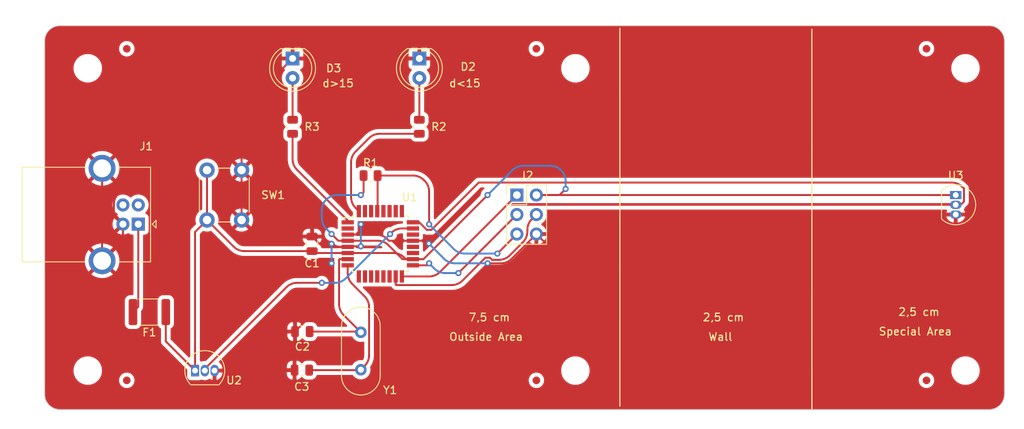
<source format=kicad_pcb>
(kicad_pcb (version 20221018) (generator pcbnew)
  (layers (0 "F.Cu" signal) (31 "B.Cu" signal) (34 "B.Paste" user) (35 "F.Paste" user) (36 "B.SilkS" user "B.Silkscreen") (37 "F.SilkS" user "F.Silkscreen") (38 "B.Mask" user) (39 "F.Mask" user) (44 "Edge.Cuts" user))
  (net 0 "")
  (net 1 "VCC")
  (net 2 "GND")
  (net 3 "Net-(U1-XTAL1{slash}PB6)")
  (net 4 "Net-(U1-XTAL2{slash}PB7)")
  (net 5 "Net-(D2-A)")
  (net 6 "Net-(D3-A)")
  (net 9 "Net-(J1-VBUS)")
  (net 10 "Net-(J2-Pin_1)")
  (net 11 "Net-(J2-Pin_3)")
  (net 12 "Net-(J2-Pin_4)")
  (net 13 "/RESET")
  (net 14 "Net-(U1-PD2)")
  (net 15 "Net-(U1-PD3)")
  (net 26 "Net-(U1-PC0)")
  (net 27 "Net-(U1-PC1)")
  (footprint "Fiducial:Fiducial_1mm_Mask2mm" (layer "F.Cu") (at 127 99.06)
    (fp_text reference "FID6" hide)
    (fp_text value "Fiducial")
    (pad "" smd circle (at 0 0) (size 1 1) (layers "F.Cu" "F.Mask") (clearance 0.5))
  )
  (footprint "Package_QFP:TQFP-32_7x7mm_P0.8mm" (layer "F.Cu") (at 106.68 81.28)
    (fp_text reference "U1" (at 3.81 -6.05) (layer "F.SilkS"))
    (fp_text value "ATmega328-A")
    (fp_line (start -3.625 -3.625) (end -3.625 -3.4) (stroke (width 0.15)) (layer "F.SilkS"))
    (fp_line (start -3.625 -3.625) (end -3.3 -3.625) (stroke (width 0.15)) (layer "F.SilkS"))
    (fp_line (start -3.625 -3.4) (end -5.05 -3.4) (stroke (width 0.15)) (layer "F.SilkS"))
    (fp_line (start -3.625 3.625) (end -3.625 3.3) (stroke (width 0.15)) (layer "F.SilkS"))
    (fp_line (start -3.625 3.625) (end -3.3 3.625) (stroke (width 0.15)) (layer "F.SilkS"))
    (fp_line (start 3.625 -3.625) (end 3.3 -3.625) (stroke (width 0.15)) (layer "F.SilkS"))
    (fp_line (start 3.625 -3.625) (end 3.625 -3.3) (stroke (width 0.15)) (layer "F.SilkS"))
    (fp_line (start 3.625 3.625) (end 3.3 3.625) (stroke (width 0.15)) (layer "F.SilkS"))
    (fp_line (start 3.625 3.625) (end 3.625 3.3) (stroke (width 0.15)) (layer "F.SilkS"))
    (pad "1" smd rect (at -4.25 -2.8) (size 1.6 0.55) (layers "F.Cu" "F.Paste" "F.Mask") (net 15 "Net-(U1-PD3)"))
    (pad "2" smd rect (at -4.25 -2) (size 1.6 0.55) (layers "F.Cu" "F.Paste" "F.Mask"))
    (pad "3" smd rect (at -4.25 -1.2) (size 1.6 0.55) (layers "F.Cu" "F.Paste" "F.Mask") (net 2 "GND"))
    (pad "4" smd rect (at -4.25 -0.4) (size 1.6 0.55) (layers "F.Cu" "F.Paste" "F.Mask") (net 1 "VCC"))
    (pad "5" smd rect (at -4.25 0.4) (size 1.6 0.55) (layers "F.Cu" "F.Paste" "F.Mask") (net 2 "GND"))
    (pad "6" smd rect (at -4.25 1.2) (size 1.6 0.55) (layers "F.Cu" "F.Paste" "F.Mask") (net 1 "VCC"))
    (pad "7" smd rect (at -4.25 2) (size 1.6 0.55) (layers "F.Cu" "F.Paste" "F.Mask") (net 3 "Net-(U1-XTAL1{slash}PB6)"))
    (pad "8" smd rect (at -4.25 2.8) (size 1.6 0.55) (layers "F.Cu" "F.Paste" "F.Mask") (net 4 "Net-(U1-XTAL2{slash}PB7)"))
    (pad "9" smd rect (at -2.8 4.25 90) (size 1.6 0.55) (layers "F.Cu" "F.Paste" "F.Mask"))
    (pad "10" smd rect (at -2 4.25 90) (size 1.6 0.55) (layers "F.Cu" "F.Paste" "F.Mask"))
    (pad "11" smd rect (at -1.2 4.25 90) (size 1.6 0.55) (layers "F.Cu" "F.Paste" "F.Mask"))
    (pad "12" smd rect (at -0.4 4.25 90) (size 1.6 0.55) (layers "F.Cu" "F.Paste" "F.Mask"))
    (pad "13" smd rect (at 0.4 4.25 90) (size 1.6 0.55) (layers "F.Cu" "F.Paste" "F.Mask"))
    (pad "14" smd rect (at 1.2 4.25 90) (size 1.6 0.55) (layers "F.Cu" "F.Paste" "F.Mask"))
    (pad "15" smd rect (at 2 4.25 90) (size 1.6 0.55) (layers "F.Cu" "F.Paste" "F.Mask") (net 12 "Net-(J2-Pin_4)"))
    (pad "16" smd rect (at 2.8 4.25 90) (size 1.6 0.55) (layers "F.Cu" "F.Paste" "F.Mask") (net 10 "Net-(J2-Pin_1)"))
    (pad "17" smd rect (at 4.25 2.8) (size 1.6 0.55) (layers "F.Cu" "F.Paste" "F.Mask") (net 11 "Net-(J2-Pin_3)"))
    (pad "18" smd rect (at 4.25 2) (size 1.6 0.55) (layers "F.Cu" "F.Paste" "F.Mask") (net 1 "VCC"))
    (pad "19" smd rect (at 4.25 1.2) (size 1.6 0.55) (layers "F.Cu" "F.Paste" "F.Mask"))
    (pad "20" smd rect (at 4.25 0.4) (size 1.6 0.55) (layers "F.Cu" "F.Paste" "F.Mask"))
    (pad "21" smd rect (at 4.25 -0.4) (size 1.6 0.55) (layers "F.Cu" "F.Paste" "F.Mask") (net 2 "GND"))
    (pad "22" smd rect (at 4.25 -1.2) (size 1.6 0.55) (layers "F.Cu" "F.Paste" "F.Mask"))
    (pad "23" smd rect (at 4.25 -2) (size 1.6 0.55) (layers "F.Cu" "F.Paste" "F.Mask") (net 26 "Net-(U1-PC0)"))
    (pad "24" smd rect (at 4.25 -2.8) (size 1.6 0.55) (layers "F.Cu" "F.Paste" "F.Mask") (net 27 "Net-(U1-PC1)"))
    (pad "25" smd rect (at 2.8 -4.25 90) (size 1.6 0.55) (layers "F.Cu" "F.Paste" "F.Mask"))
    (pad "26" smd rect (at 2 -4.25 90) (size 1.6 0.55) (layers "F.Cu" "F.Paste" "F.Mask"))
    (pad "27" smd rect (at 1.2 -4.25 90) (size 1.6 0.55) (layers "F.Cu" "F.Paste" "F.Mask"))
    (pad "28" smd rect (at 0.4 -4.25 90) (size 1.6 0.55) (layers "F.Cu" "F.Paste" "F.Mask"))
    (pad "29" smd rect (at -0.4 -4.25 90) (size 1.6 0.55) (layers "F.Cu" "F.Paste" "F.Mask") (net 13 "/RESET"))
    (pad "30" smd rect (at -1.2 -4.25 90) (size 1.6 0.55) (layers "F.Cu" "F.Paste" "F.Mask"))
    (pad "31" smd rect (at -2 -4.25 90) (size 1.6 0.55) (layers "F.Cu" "F.Paste" "F.Mask"))
    (pad "32" smd rect (at -2.8 -4.25 90) (size 1.6 0.55) (layers "F.Cu" "F.Paste" "F.Mask") (net 14 "Net-(U1-PD2)"))
  )
  (footprint "Capacitor_SMD:C_0805_2012Metric" (layer "F.Cu") (at 96.52 92.71 180)
    (fp_text reference "C2" (at -0.015481 -1.967682) (layer "F.SilkS"))
    (fp_text value "22pF")
    (fp_line (start -0.261252 -0.735) (end 0.261252 -0.735) (stroke (width 0.12)) (layer "F.SilkS"))
    (fp_line (start -0.261252 0.735) (end 0.261252 0.735) (stroke (width 0.12)) (layer "F.SilkS"))
    (pad "1" smd roundrect (at -0.95 0 180) (size 1 1.45) (layers "F.Cu" "F.Paste" "F.Mask") (net 3 "Net-(U1-XTAL1{slash}PB6)"))
    (pad "2" smd roundrect (at 0.95 0 180) (size 1 1.45) (layers "F.Cu" "F.Paste" "F.Mask") (net 2 "GND"))
  )
  (footprint "Resistor_SMD:R_0805_2012Metric" (layer "F.Cu") (at 111.76 66.04 -90)
    (fp_text reference "R2" (at 0 -2.54) (layer "F.SilkS"))
    (fp_text value "150R")
    (fp_line (start -0.227064 -0.735) (end 0.227064 -0.735) (stroke (width 0.12)) (layer "F.SilkS"))
    (fp_line (start -0.227064 0.735) (end 0.227064 0.735) (stroke (width 0.12)) (layer "F.SilkS"))
    (pad "1" smd roundrect (at -0.9125 0 270) (size 1.025 1.4) (layers "F.Cu" "F.Paste" "F.Mask") (roundrect_rratio 0.243902) (net 5 "Net-(D2-A)"))
    (pad "2" smd roundrect (at 0.9125 0 270) (size 1.025 1.4) (layers "F.Cu" "F.Paste" "F.Mask") (roundrect_rratio 0.243902) (net 14 "Net-(U1-PD2)"))
  )
  (footprint "MountingHole:MountingHole_3.2mm_M3" (layer "F.Cu") (at 132.08 97.79)
    (fp_text reference "H6" hide)
    (fp_text value "MountingHole")
    (pad "" np_thru_hole circle (at 0 0) (size 3.2 3.2) (drill 3.2) (layers "*.Cu" "*.Mask"))
  )
  (footprint "Fiducial:Fiducial_1mm_Mask2mm" (layer "F.Cu") (at 73.66 55.88)
    (fp_text reference "FID1" hide)
    (fp_text value "Fiducial")
    (pad "" smd circle (at 0 0) (size 1 1) (layers "F.Cu" "F.Mask") (clearance 0.5))
  )
  (footprint "Fiducial:Fiducial_1mm_Mask2mm" (layer "F.Cu") (at 127 55.88)
    (fp_text reference "FID5" hide)
    (fp_text value "Fiducial")
    (pad "" smd circle (at 0 0) (size 1 1) (layers "F.Cu" "F.Mask") (clearance 0.5))
  )
  (footprint "Crystal:Crystal_HC49-4H_Vertical" (layer "F.Cu") (at 104.14 92.8 -90)
    (fp_text reference "Y1" (at 7.53 -3.81) (layer "F.SilkS"))
    (fp_text value "16mhZ")
    (fp_line (start -0.76 -2.525) (end 5.64 -2.525) (stroke (width 0.12)) (layer "F.SilkS"))
    (fp_line (start -0.76 2.525) (end 5.64 2.525) (stroke (width 0.12)) (layer "F.SilkS"))
    (fp_arc (start -0.76 2.525) (mid -3.285 0) (end -0.76 -2.525) (stroke (width 0.12)) (layer "F.SilkS"))
    (fp_arc (start 5.64 -2.525) (mid 8.165 0) (end 5.64 2.525) (stroke (width 0.12)) (layer "F.SilkS"))
    (pad "1" thru_hole circle (at 0 0 270) (size 1.5 1.5) (drill 0.8) (layers "*.Cu" "*.Mask") (net 3 "Net-(U1-XTAL1{slash}PB6)"))
    (pad "2" thru_hole circle (at 4.88 0 270) (size 1.5 1.5) (drill 0.8) (layers "*.Cu" "*.Mask") (net 4 "Net-(U1-XTAL2{slash}PB7)"))
  )
  (footprint "Fiducial:Fiducial_1mm_Mask2mm" (layer "F.Cu") (at 177.8 55.88)
    (fp_text reference "FID2" hide)
    (fp_text value "Fiducial")
    (pad "" smd circle (at 0 0) (size 1 1) (layers "F.Cu" "F.Mask") (clearance 0.5))
  )
  (footprint "LED_THT:LED_D5.0mm" (layer "F.Cu") (at 111.76 57.15 -90)
    (fp_text reference "D2" (at 1.07531 -6.35) (layer "F.SilkS"))
    (fp_text value "RED")
    (fp_line (start -1.29 -1.545) (end -1.29 1.545) (stroke (width 0.12)) (layer "F.SilkS"))
    (fp_arc (start -1.29 -1.54483) (mid 2.072002 -2.880433) (end 4.26 0.000462) (stroke (width 0.12)) (layer "F.SilkS"))
    (fp_arc (start 4.26 -0.000462) (mid 2.072002 2.880433) (end -1.29 1.54483) (stroke (width 0.12)) (layer "F.SilkS"))
    (fp_circle (center 1.27 0) (end 3.77 0) (stroke (width 0.12)) (fill none) (layer "F.SilkS"))
    (pad "1" thru_hole rect (at 0 0 270) (size 1.8 1.8) (drill 0.9) (layers "*.Cu" "*.Mask") (net 2 "GND"))
    (pad "2" thru_hole circle (at 2.54 0 270) (size 1.8 1.8) (drill 0.9) (layers "*.Cu" "*.Mask") (net 5 "Net-(D2-A)"))
  )
  (footprint "Connector_USB:USB_B_OST_USB-B1HSxx_Horizontal" (layer "F.Cu") (at 75.1575 78.72 180)
    (fp_text reference "J1" (at -1.0425 10.14) (layer "F.SilkS"))
    (fp_text value "USB_B")
    (fp_line (start -2.32 -0.5) (end -2.32 0.5) (stroke (width 0.12)) (layer "F.SilkS"))
    (fp_line (start -2.32 0.5) (end -1.82 0) (stroke (width 0.12)) (layer "F.SilkS"))
    (fp_line (start -1.82 0) (end -2.32 -0.5) (stroke (width 0.12)) (layer "F.SilkS"))
    (fp_line (start -1.6 -4.91) (end -1.6 7.41) (stroke (width 0.12)) (layer "F.SilkS"))
    (fp_line (start -1.6 7.41) (end 2.66 7.41) (stroke (width 0.12)) (layer "F.SilkS"))
    (fp_line (start 2.66 -4.91) (end -1.6 -4.91) (stroke (width 0.12)) (layer "F.SilkS"))
    (fp_line (start 6.76 -4.91) (end 15.12 -4.91) (stroke (width 0.12)) (layer "F.SilkS"))
    (fp_line (start 15.12 -4.91) (end 15.12 7.41) (stroke (width 0.12)) (layer "F.SilkS"))
    (fp_line (start 15.12 7.41) (end 6.76 7.41) (stroke (width 0.12)) (layer "F.SilkS"))
    (pad "1" thru_hole rect (at 0 0 180) (size 1.7 1.7) (drill 0.92) (layers "*.Cu" "*.Mask") (net 9 "Net-(J1-VBUS)"))
    (pad "2" thru_hole circle (at 0 2.5 180) (size 1.7 1.7) (drill 0.92) (layers "*.Cu" "*.Mask"))
    (pad "3" thru_hole circle (at 2 2.5 180) (size 1.7 1.7) (drill 0.92) (layers "*.Cu" "*.Mask"))
    (pad "4" thru_hole circle (at 2 0 180) (size 1.7 1.7) (drill 0.92) (layers "*.Cu" "*.Mask") (net 2 "GND"))
    (pad "5" thru_hole circle (at 4.71 -4.77 180) (size 3.5 3.5) (drill 2.33) (layers "*.Cu" "*.Mask") (net 2 "GND"))
    (pad "5" thru_hole circle (at 4.71 7.27 180) (size 3.5 3.5) (drill 2.33) (layers "*.Cu" "*.Mask") (net 2 "GND"))
  )
  (footprint "LED_THT:LED_D5.0mm" (layer "F.Cu") (at 95.25 57.15 -90)
    (fp_text reference "D3" (at 1.271007 -5.34986) (layer "F.SilkS"))
    (fp_text value "GREEN")
    (fp_line (start -1.29 -1.545) (end -1.29 1.545) (stroke (width 0.12)) (layer "F.SilkS"))
    (fp_arc (start -1.29 -1.54483) (mid 2.072002 -2.880433) (end 4.26 0.000462) (stroke (width 0.12)) (layer "F.SilkS"))
    (fp_arc (start 4.26 -0.000462) (mid 2.072002 2.880433) (end -1.29 1.54483) (stroke (width 0.12)) (layer "F.SilkS"))
    (fp_circle (center 1.27 0) (end 3.77 0) (stroke (width 0.12)) (fill none) (layer "F.SilkS"))
    (pad "1" thru_hole rect (at 0 0 270) (size 1.8 1.8) (drill 0.9) (layers "*.Cu" "*.Mask") (net 2 "GND"))
    (pad "2" thru_hole circle (at 2.54 0 270) (size 1.8 1.8) (drill 0.9) (layers "*.Cu" "*.Mask") (net 6 "Net-(D3-A)"))
  )
  (footprint "Capacitor_SMD:C_0805_2012Metric" (layer "F.Cu") (at 96.457699 97.730123 180)
    (fp_text reference "C3" (at 0.015108 -2.164878) (layer "F.SilkS"))
    (fp_text value "22pF")
    (fp_line (start -0.261252 -0.735) (end 0.261252 -0.735) (stroke (width 0.12)) (layer "F.SilkS"))
    (fp_line (start -0.261252 0.735) (end 0.261252 0.735) (stroke (width 0.12)) (layer "F.SilkS"))
    (pad "1" smd roundrect (at -0.95 0 180) (size 1 1.45) (layers "F.Cu" "F.Paste" "F.Mask") (net 4 "Net-(U1-XTAL2{slash}PB7)"))
    (pad "2" smd roundrect (at 0.95 0 180) (size 1 1.45) (layers "F.Cu" "F.Paste" "F.Mask") (net 2 "GND"))
  )
  (footprint "Package_TO_SOT_THT:TO-92_Inline" (layer "F.Cu") (at 181.61 74.93 -90)
    (fp_text reference "U3" (at -2.54 0) (layer "F.SilkS"))
    (fp_text value "TSIC306-TO92")
    (fp_line (start -0.53 1.85) (end 3.07 1.85) (stroke (width 0.12)) (layer "F.SilkS"))
    (fp_arc (start -0.568478 1.838478) (mid -1.132087 -0.994977) (end 1.27 -2.6) (stroke (width 0.12)) (layer "F.SilkS"))
    (fp_arc (start 1.27 -2.6) (mid 3.672087 -0.994977) (end 3.108478 1.838478) (stroke (width 0.12)) (layer "F.SilkS"))
    (pad "1" thru_hole rect (at 0 0 270) (size 1.05 1.5) (drill 0.75) (layers "*.Cu" "*.Mask") (net 1 "VCC"))
    (pad "2" thru_hole oval (at 1.27 0 270) (size 1.05 1.5) (drill 0.75) (layers "*.Cu" "*.Mask") (net 27 "Net-(U1-PC1)"))
    (pad "3" thru_hole oval (at 2.54 0 270) (size 1.05 1.5) (drill 0.75) (layers "*.Cu" "*.Mask") (net 2 "GND"))
  )
  (footprint "Fuse:Fuse_1812_4532Metric" (layer "F.Cu") (at 76.6025 90.17 180)
    (fp_text reference "F1" (at 0 -2.65) (layer "F.SilkS"))
    (fp_text value "Fuse")
    (fp_line (start -1.386252 -1.71) (end 1.386252 -1.71) (stroke (width 0.12)) (layer "F.SilkS"))
    (fp_line (start -1.386252 1.71) (end 1.386252 1.71) (stroke (width 0.12)) (layer "F.SilkS"))
    (pad "1" smd roundrect (at -2.1375 0 180) (size 1.125 3.4) (layers "F.Cu" "F.Paste" "F.Mask") (roundrect_rratio 0.222222) (net 1 "VCC"))
    (pad "2" smd roundrect (at 2.1375 0 180) (size 1.125 3.4) (layers "F.Cu" "F.Paste" "F.Mask") (roundrect_rratio 0.222222) (net 9 "Net-(J1-VBUS)"))
  )
  (footprint "Resistor_SMD:R_0805_2012Metric" (layer "F.Cu") (at 105.41 72.39)
    (fp_text reference "R1" (at 0 -1.65) (layer "F.SilkS"))
    (fp_text value "10K")
    (fp_line (start -0.227064 -0.735) (end 0.227064 -0.735) (stroke (width 0.12)) (layer "F.SilkS"))
    (fp_line (start -0.227064 0.735) (end 0.227064 0.735) (stroke (width 0.12)) (layer "F.SilkS"))
    (pad "1" smd roundrect (at -0.9125 0) (size 1.025 1.4) (layers "F.Cu" "F.Paste" "F.Mask") (roundrect_rratio 0.243902) (net 1 "VCC"))
    (pad "2" smd roundrect (at 0.9125 0) (size 1.025 1.4) (layers "F.Cu" "F.Paste" "F.Mask") (roundrect_rratio 0.243902) (net 13 "/RESET"))
  )
  (footprint "Package_TO_SOT_THT:TO-92_Inline" (layer "F.Cu") (at 82.55 97.79)
    (fp_text reference "U2" (at 5.08 1.27) (layer "F.SilkS"))
    (fp_text value "TSIC306-TO92")
    (fp_line (start -0.53 1.85) (end 3.07 1.85) (stroke (width 0.12)) (layer "F.SilkS"))
    (fp_arc (start -0.568478 1.838478) (mid -1.132087 -0.994977) (end 1.27 -2.6) (stroke (width 0.12)) (layer "F.SilkS"))
    (fp_arc (start 1.27 -2.6) (mid 3.672087 -0.994977) (end 3.108478 1.838478) (stroke (width 0.12)) (layer "F.SilkS"))
    (pad "1" thru_hole rect (at 0 0) (size 1.05 1.5) (drill 0.75) (layers "*.Cu" "*.Mask") (net 1 "VCC"))
    (pad "2" thru_hole oval (at 1.27 0) (size 1.05 1.5) (drill 0.75) (layers "*.Cu" "*.Mask") (net 26 "Net-(U1-PC0)"))
    (pad "3" thru_hole oval (at 2.54 0) (size 1.05 1.5) (drill 0.75) (layers "*.Cu" "*.Mask") (net 2 "GND"))
  )
  (footprint "MountingHole:MountingHole_3.2mm_M3" (layer "F.Cu") (at 68.58 97.79)
    (fp_text reference "H3" hide)
    (fp_text value "MountingHole")
    (pad "" np_thru_hole circle (at 0 0) (size 3.2 3.2) (drill 3.2) (layers "*.Cu" "*.Mask"))
  )
  (footprint "Fiducial:Fiducial_1mm_Mask2mm" (layer "F.Cu") (at 177.8 99.06)
    (fp_text reference "FID4" hide)
    (fp_text value "Fiducial")
    (pad "" smd circle (at 0 0) (size 1 1) (layers "F.Cu" "F.Mask") (clearance 0.5))
  )
  (footprint "Resistor_SMD:R_0805_2012Metric" (layer "F.Cu") (at 95.25 66.04 -90)
    (fp_text reference "R3" (at 0 -2.54) (layer "F.SilkS"))
    (fp_text value "150R")
    (fp_line (start -0.227064 -0.735) (end 0.227064 -0.735) (stroke (width 0.12)) (layer "F.SilkS"))
    (fp_line (start -0.227064 0.735) (end 0.227064 0.735) (stroke (width 0.12)) (layer "F.SilkS"))
    (pad "1" smd roundrect (at -0.9125 0 270) (size 1.025 1.4) (layers "F.Cu" "F.Paste" "F.Mask") (roundrect_rratio 0.243902) (net 6 "Net-(D3-A)"))
    (pad "2" smd roundrect (at 0.9125 0 270) (size 1.025 1.4) (layers "F.Cu" "F.Paste" "F.Mask") (roundrect_rratio 0.243902) (net 15 "Net-(U1-PD3)"))
  )
  (footprint "MountingHole:MountingHole_3.2mm_M3" (layer "F.Cu") (at 182.88 97.79)
    (fp_text reference "H4" hide)
    (fp_text value "MountingHole")
    (pad "" np_thru_hole circle (at 0 0) (size 3.2 3.2) (drill 3.2) (layers "*.Cu" "*.Mask"))
  )
  (footprint "MountingHole:MountingHole_3.2mm_M3" (layer "F.Cu") (at 68.58 58.42)
    (fp_text reference "H1" hide)
    (fp_text value "MountingHole")
    (pad "" np_thru_hole circle (at 0 0) (size 3.2 3.2) (drill 3.2) (layers "*.Cu" "*.Mask"))
  )
  (footprint "MountingHole:MountingHole_3.2mm_M3" (layer "F.Cu") (at 132.08 58.42)
    (fp_text reference "H5" hide)
    (fp_text value "MountingHole")
    (pad "" np_thru_hole circle (at 0 0) (size 3.2 3.2) (drill 3.2) (layers "*.Cu" "*.Mask"))
  )
  (footprint "Connector_PinHeader_2.54mm:PinHeader_2x03_P2.54mm_Vertical" (layer "F.Cu") (at 124.46 74.93)
    (fp_text reference "J2" (at 1.27 -2.54) (layer "F.SilkS"))
    (fp_text value "Conn_02x03_Odd_Even")
    (fp_line (start -1.33 -1.33) (end 0 -1.33) (stroke (width 0.12)) (layer "F.SilkS"))
    (fp_line (start -1.33 0) (end -1.33 -1.33) (stroke (width 0.12)) (layer "F.SilkS"))
    (fp_line (start -1.33 1.27) (end -1.33 6.41) (stroke (width 0.12)) (layer "F.SilkS"))
    (fp_line (start -1.33 1.27) (end 1.27 1.27) (stroke (width 0.12)) (layer "F.SilkS"))
    (fp_line (start -1.33 6.41) (end 3.87 6.41) (stroke (width 0.12)) (layer "F.SilkS"))
    (fp_line (start 1.27 -1.33) (end 3.87 -1.33) (stroke (width 0.12)) (layer "F.SilkS"))
    (fp_line (start 1.27 1.27) (end 1.27 -1.33) (stroke (width 0.12)) (layer "F.SilkS"))
    (fp_line (start 3.87 -1.33) (end 3.87 6.41) (stroke (width 0.12)) (layer "F.SilkS"))
    (pad "1" thru_hole rect (at 0 0) (size 1.7 1.7) (drill 1) (layers "*.Cu" "*.Mask") (net 10 "Net-(J2-Pin_1)"))
    (pad "2" thru_hole oval (at 2.54 0) (size 1.7 1.7) (drill 1) (layers "*.Cu" "*.Mask") (net 1 "VCC"))
    (pad "3" thru_hole oval (at 0 2.54) (size 1.7 1.7) (drill 1) (layers "*.Cu" "*.Mask") (net 11 "Net-(J2-Pin_3)"))
    (pad "4" thru_hole oval (at 2.54 2.54) (size 1.7 1.7) (drill 1) (layers "*.Cu" "*.Mask") (net 12 "Net-(J2-Pin_4)"))
    (pad "5" thru_hole oval (at 0 5.08) (size 1.7 1.7) (drill 1) (layers "*.Cu" "*.Mask") (net 13 "/RESET"))
    (pad "6" thru_hole oval (at 2.54 5.08) (size 1.7 1.7) (drill 1) (layers "*.Cu" "*.Mask") (net 2 "GND"))
  )
  (footprint "Button_Switch_THT:SW_PUSH_6mm_H5mm" (layer "F.Cu") (at 88.61 71.68 -90)
    (fp_text reference "SW1" (at 3.25 -4.1) (layer "F.SilkS"))
    (fp_text value "Enable")
    (fp_line (start -0.25 1.5) (end -0.25 3) (stroke (width 0.12)) (layer "F.SilkS"))
    (fp_line (start 1 5.5) (end 5.5 5.5) (stroke (width 0.12)) (layer "F.SilkS"))
    (fp_line (start 5.5 -1) (end 1 -1) (stroke (width 0.12)) (layer "F.SilkS"))
    (fp_line (start 6.75 3) (end 6.75 1.5) (stroke (width 0.12)) (layer "F.SilkS"))
    (pad "1" thru_hole circle (at 0 0) (size 2 2) (drill 1.1) (layers "*.Cu" "*.Mask") (net 2 "GND"))
    (pad "1" thru_hole circle (at 6.5 0) (size 2 2) (drill 1.1) (layers "*.Cu" "*.Mask") (net 2 "GND"))
    (pad "2" thru_hole circle (at 0 4.5) (size 2 2) (drill 1.1) (layers "*.Cu" "*.Mask") (net 1 "VCC"))
    (pad "2" thru_hole circle (at 6.5 4.5) (size 2 2) (drill 1.1) (layers "*.Cu" "*.Mask") (net 1 "VCC"))
  )
  (footprint "Capacitor_SMD:C_0805_2012Metric" (layer "F.Cu") (at 97.79 81.28 90)
    (fp_text reference "C1" (at -2.54 0) (layer "F.SilkS"))
    (fp_text value "100nF")
    (fp_line (start -0.261252 -0.735) (end 0.261252 -0.735) (stroke (width 0.12)) (layer "F.SilkS"))
    (fp_line (start -0.261252 0.735) (end 0.261252 0.735) (stroke (width 0.12)) (layer "F.SilkS"))
    (pad "1" smd roundrect (at -0.95 0 90) (size 1 1.45) (layers "F.Cu" "F.Paste" "F.Mask") (net 1 "VCC"))
    (pad "2" smd roundrect (at 0.95 0 90) (size 1 1.45) (layers "F.Cu" "F.Paste" "F.Mask") (net 2 "GND"))
  )
  (footprint "MountingHole:MountingHole_3.2mm_M3" (layer "F.Cu") (at 182.88 58.42)
    (fp_text reference "H2" hide)
    (fp_text value "MountingHole")
    (pad "" np_thru_hole circle (at 0 0) (size 3.2 3.2) (drill 3.2) (layers "*.Cu" "*.Mask"))
  )
  (footprint "Fiducial:Fiducial_1mm_Mask2mm" (layer "F.Cu") (at 73.66 99.06)
    (fp_text reference "FID3" hide)
    (fp_text value "Fiducial")
    (pad "" smd circle (at 0 0) (size 1 1) (layers "F.Cu" "F.Mask") (clearance 0.5))
  )
  (gr_line (start 137.875118 84.238508) (end 137.87266 102.417161) (stroke (width 0.15)) (layer "F.SilkS"))
  (gr_line (start 162.879944 99.786006) (end 162.879944 102.737842) (stroke (width 0.15)) (layer "F.SilkS"))
  (gr_line (start 162.876054 68.752938) (end 162.873503 53.34) (stroke (width 0.15)) (layer "F.SilkS"))
  (gr_line (start 162.879944 99.786006) (end 162.876054 68.752938) (stroke (width 0.15)) (layer "F.SilkS"))
  (gr_line (start 137.875118 84.238508) (end 137.871228 53.20544) (stroke (width 0.15)) (layer "F.SilkS"))
  (gr_arc (start 64.96 102.87) (mid 63.545786 102.284214) (end 62.96 100.87) (stroke (width 0.1)) (layer "Edge.Cuts"))
  (gr_line (start 185.96 102.87) (end 64.96 102.87) (stroke (width 0.1)) (layer "Edge.Cuts"))
  (gr_line (start 187.96 54.87) (end 187.96 100.87) (stroke (width 0.1)) (layer "Edge.Cuts"))
  (gr_line (start 62.96 100.87) (end 62.96 54.87) (stroke (width 0.1)) (layer "Edge.Cuts"))
  (gr_arc (start 185.96 52.87) (mid 187.374214 53.455786) (end 187.96 54.87) (stroke (width 0.1)) (layer "Edge.Cuts"))
  (gr_line (start 64.96 52.87) (end 185.96 52.87) (stroke (width 0.1)) (layer "Edge.Cuts"))
  (gr_arc (start 62.96 54.87) (mid 63.545786 53.455786) (end 64.96 52.87) (stroke (width 0.1)) (layer "Edge.Cuts"))
  (gr_arc (start 187.96 100.87) (mid 187.374214 102.284214) (end 185.96 102.87) (stroke (width 0.1)) (layer "Edge.Cuts"))
  (gr_text "Outside Area" (at 115.57 93.98) (layer "F.SilkS") (effects (font (size 1 1)) (justify left bottom)))
  (gr_text "7,5 cm" (at 118.11 91.44) (layer "F.SilkS") (effects (font (size 1 1)) (justify left bottom)))
  (gr_text "Special Area" (at 171.513219 93.280462) (layer "F.SilkS") (effects (font (size 1 1)) (justify left bottom)))
  (gr_text "Wall" (at 149.321508 93.982863) (layer "F.SilkS") (effects (font (size 1 1)) (justify left bottom)))
  (gr_text "d<15" (at 115.57 60.96) (layer "F.SilkS") (effects (font (size 1 1)) (justify left bottom)))
  (gr_text "2,5 cm" (at 148.59 91.44) (layer "F.SilkS") (effects (font (size 1 1)) (justify left bottom)))
  (gr_text "2,5 cm\n" (at 174.053219 90.740462) (layer "F.SilkS") (effects (font (size 1 1)) (justify left bottom)))
  (gr_text "d>15" (at 99.06 60.96) (layer "F.SilkS") (effects (font (size 1 1)) (justify left bottom)))
  (segment (start 100.33 80.01) (end 101.2 80.88) (width 0.25) (layer "F.Cu") (net 1))
  (segment (start 102.43 80.88) (end 106.329872 80.88) (width 0.25) (layer "F.Cu") (net 1))
  (segment (start 110.005 83.28) (end 110.93 83.28) (width 0.25) (layer "F.Cu") (net 1))
  (segment (start 110.93 83.28) (end 112.3 83.28) (width 0.25) (layer "F.Cu") (net 1))
  (segment (start 104.4975 74.5725) (end 104.14 74.93) (width 0.25) (layer "F.Cu") (net 1))
  (segment (start 78.74 93.98) (end 82.55 97.79) (width 0.25) (layer "F.Cu") (net 1))
  (segment (start 127 74.93) (end 181.61 74.93) (width 0.25) (layer "F.Cu") (net 1))
  (segment (start 82.55 97.79) (end 82.55 79.74) (width 0.25) (layer "F.Cu") (net 1))
  (segment (start 130.806976 74.138923) (end 130.015899 74.93) (width 0.25) (layer "F.Cu") (net 1))
  (segment (start 102.43 82.48) (end 108.376573 82.48) (width 0.25) (layer "F.Cu") (net 1))
  (segment (start 97.79 82.23) (end 88.988427 82.23) (width 0.25) (layer "F.Cu") (net 1))
  (segment (start 97.79 82.23) (end 98.04 82.48) (width 0.25) (layer "F.Cu") (net 1))
  (segment (start 87.574213 81.644213) (end 84.11 78.18) (width 0.25) (layer "F.Cu") (net 1))
  (segment (start 78.74 90.17) (end 78.74 93.98) (width 0.25) (layer "F.Cu") (net 1))
  (segment (start 82.55 79.74) (end 84.11 78.18) (width 0.25) (layer "F.Cu") (net 1))
  (segment (start 104.4975 72.39) (end 104.4975 74.5725) (width 0.25) (layer "F.Cu") (net 1))
  (segment (start 101.2 80.88) (end 102.43 80.88) (width 0.25) (layer "F.Cu") (net 1))
  (segment (start 98.04 82.48) (end 102.43 82.48) (width 0.25) (layer "F.Cu") (net 1))
  (segment (start 109.558299 83.28) (end 110.93 83.28) (width 0.25) (layer "F.Cu") (net 1))
  (segment (start 130.015899 74.93) (end 127 74.93) (width 0.25) (layer "F.Cu") (net 1))
  (segment (start 112.3 83.28) (end 120.65 74.93) (width 0.25) (layer "F.Cu") (net 1))
  (segment (start 109.790787 83.065787) (end 110.005 83.28) (width 0.25) (layer "F.Cu") (net 1))
  (segment (start 84.11 71.68) (end 84.11 78.18) (width 0.25) (layer "F.Cu") (net 1))
  (segment (start 107.744086 81.465787) (end 109.558299 83.28) (width 0.25) (layer "F.Cu") (net 1))
  (via (at 100.33 80.01) (size 0.8) (drill 0.4) (layers "F.Cu" "B.Cu") (net 1))
  (via (at 104.14 74.93) (size 0.8) (drill 0.4) (layers "F.Cu" "B.Cu") (net 1))
  (via (at 130.806976 74.138923) (size 0.8) (drill 0.4) (layers "F.Cu" "B.Cu") (net 1))
  (via (at 120.65 74.93) (size 0.8) (drill 0.4) (layers "F.Cu" "B.Cu") (net 1))
  (arc (start 108.376573 82.48) (mid 109.14194 82.632241) (end 109.790787 83.065787) (width 0.25) (layer "F.Cu") (net 1))
  (arc (start 87.574213 81.644213) (mid 88.22306 82.077759) (end 88.988427 82.23) (width 0.25) (layer "F.Cu") (net 1))
  (arc (start 106.329872 80.88) (mid 107.095239 81.032241) (end 107.744086 81.465787) (width 0.25) (layer "F.Cu") (net 1))
  (segment (start 99.06 76.93) (end 99.06 77.911573) (width 0.25) (layer "B.Cu") (net 1))
  (segment (start 130.81 74.135899) (end 130.806976 74.138923) (width 0.25) (layer "B.Cu") (net 1))
  (segment (start 104.14 74.93) (end 101.06 74.93) (width 0.25) (layer "B.Cu") (net 1))
  (segment (start 125.288427 71.12) (end 128.81 71.12) (width 0.25) (layer "B.Cu") (net 1))
  (segment (start 120.65 74.93) (end 123.874214 71.705786) (width 0.25) (layer "B.Cu") (net 1))
  (segment (start 130.81 73.12) (end 130.81 74.135899) (width 0.25) (layer "B.Cu") (net 1))
  (segment (start 99.645787 79.325787) (end 100.33 80.01) (width 0.25) (layer "B.Cu") (net 1))
  (arc (start 125.288427 71.12) (mid 124.52306 71.272241) (end 123.874214 71.705786) (width 0.25) (layer "B.Cu") (net 1))
  (arc (start 99.645787 79.325787) (mid 99.212241 78.67694) (end 99.06 77.911573) (width 0.25) (layer "B.Cu") (net 1))
  (arc (start 128.81 71.12) (mid 130.224214 71.705786) (end 130.81 73.12) (width 0.25) (layer "B.Cu") (net 1))
  (arc (start 101.06 74.93) (mid 99.645786 75.515786) (end 99.06 76.93) (width 0.25) (layer "B.Cu") (net 1))
  (segment (start 95.25 57.15) (end 111.76 57.15) (width 0.25) (layer "F.Cu") (net 2))
  (segment (start 73.1575 78.72) (end 71.9825 77.545) (width 0.25) (layer "F.Cu") (net 2))
  (segment (start 95.507699 92.772301) (end 95.57 92.71) (width 0.25) (layer "F.Cu") (net 2))
  (segment (start 102.505 81.605) (end 102.43 81.68) (width 0.25) (layer "F.Cu") (net 2))
  (segment (start 72.568287 74.751713) (end 76.884214 70.435786) (width 0.25) (layer "F.Cu") (net 2))
  (segment (start 102.43 80.08) (end 106.166268 80.08) (width 0.25) (layer "F.Cu") (net 2))
  (segment (start 88.61 78.18) (end 90.174214 79.744214) (width 0.25) (layer "F.Cu") (net 2))
  (segment (start 95.447822 97.79) (end 95.507699 97.730123) (width 0.25) (layer "F.Cu") (net 2))
  (segment (start 122.361573 83.82) (end 120.65 83.82) (width 0.25) (layer "F.Cu") (net 2))
  (segment (start 127.684213 80.694213) (end 127 80.01) (width 0.25) (layer "F.Cu") (net 2))
  (segment (start 85.09 97.79) (end 95.447822 97.79) (width 0.25) (layer "F.Cu") (net 2))
  (segment (start 95.57 92.71) (end 100.33 87.95) (width 0.25) (layer "F.Cu") (net 2))
  (segment (start 104.14 79.42) (end 104.14 78.74) (width 0.25) (layer "F.Cu") (net 2))
  (segment (start 107.580482 80.665787) (end 107.794695 80.88) (width 0.25) (layer "F.Cu") (net 2))
  (segment (start 181.61 77.47) (end 171.008427 77.47) (width 0.25) (layer "F.Cu") (net 2))
  (segment (start 88.61 71.68) (end 88.61 78.18) (width 0.25) (layer "F.Cu") (net 2))
  (segment (start 73.1575 78.72) (end 73.1575 79.951573) (width 0.25) (layer "F.Cu") (net 2))
  (segment (start 112.63 80.88) (end 110.93 80.88) (width 0.25) (layer "F.Cu") (net 2))
  (segment (start 89.195787 63.204213) (end 95.25 57.15) (width 0.25) (layer "F.Cu") (net 2))
  (segment (start 100.33 87.95) (end 100.33 83.82) (width 0.25) (layer "F.Cu") (net 2))
  (segment (start 72.571713 81.365787) (end 70.4475 83.49) (width 0.25) (layer "F.Cu") (net 2))
  (segment (start 95.507699 97.730123) (end 95.507699 92.772301) (width 0.25) (layer "F.Cu") (net 2))
  (segment (start 97.79 80.33) (end 98.554214 81.094214) (width 0.25) (layer "F.Cu") (net 2))
  (segment (start 102.43 80.08) (end 103.48 80.08) (width 0.25) (layer "F.Cu") (net 2))
  (segment (start 169.594213 78.055787) (end 166.955786 80.694214) (width 0.25) (layer "F.Cu") (net 2))
  (segment (start 99.968427 81.68) (end 102.43 81.68) (width 0.25) (layer "F.Cu") (net 2))
  (segment (start 127 80.01) (end 123.775786 83.234214) (width 0.25) (layer "F.Cu") (net 2))
  (segment (start 88.61 71.68) (end 88.61 64.618427) (width 0.25) (layer "F.Cu") (net 2))
  (segment (start 165.541573 81.28) (end 129.098427 81.28) (width 0.25) (layer "F.Cu") (net 2))
  (segment (start 71.9825 77.545) (end 71.9825 76.165927) (width 0.25) (layer "F.Cu") (net 2))
  (segment (start 103.48 80.08) (end 104.14 79.42) (width 0.25) (layer "F.Cu") (net 2))
  (segment (start 112.992347 81.242347) (end 112.63 80.88) (width 0.25) (layer "F.Cu") (net 2))
  (segment (start 104.14 81.605) (end 102.505 81.605) (width 0.25) (layer "F.Cu") (net 2))
  (segment (start 107.794695 80.88) (end 110.93 80.88) (width 0.25) (layer "F.Cu") (net 2))
  (segment (start 91.588427 80.33) (end 97.79 80.33) (width 0.25) (layer "F.Cu") (net 2))
  (segment (start 78.298427 69.85) (end 85.951573 69.85) (width 0.25) (layer "F.Cu") (net 2))
  (segment (start 70.4475 71.45) (end 70.4475 83.49) (width 0.25) (layer "F.Cu") (net 2))
  (segment (start 100.33 81.28) (end 100.73 81.68) (width 0.25) (layer "F.Cu") (net 2))
  (segment (start 87.365787 70.435787) (end 88.61 71.68) (width 0.25) (layer "F.Cu") (net 2))
  (segment (start 100.73 81.68) (end 102.43 81.68) (width 0.25) (layer "F.Cu") (net 2))
  (via (at 104.14 78.74) (size 0.8) (drill 0.4) (layers "F.Cu" "B.Cu") (net 2))
  (via (at 100.33 83.82) (size 0.8) (drill 0.4) (layers "F.Cu" "B.Cu") (net 2))
  (via (at 112.992347 81.242347) (size 0.8) (drill 0.4) (layers "F.Cu" "B.Cu") (net 2))
  (via (at 100.33 81.28) (size 0.8) (drill 0.4) (layers "F.Cu" "B.Cu") (net 2))
  (via (at 104.14 81.605) (size 0.8) (drill 0.4) (layers "F.Cu" "B.Cu") (net 2))
  (via (at 120.65 83.82) (size 0.8) (drill 0.4) (layers "F.Cu" "B.Cu") (net 2))
  (arc (start 122.361573 83.82) (mid 123.12694 83.667759) (end 123.775786 83.234214) (width 0.25) (layer "F.Cu") (net 2))
  (arc (start 169.594213 78.055787) (mid 170.24306 77.622241) (end 171.008427 77.47) (width 0.25) (layer "F.Cu") (net 2))
  (arc (start 87.365787 70.435787) (mid 86.71694 70.002241) (end 85.951573 69.85) (width 0.25) (layer "F.Cu") (net 2))
  (arc (start 88.61 64.618427) (mid 88.762241 63.85306) (end 89.195787 63.204213) (width 0.25) (layer "F.Cu") (net 2))
  (arc (start 127.684213 80.694213) (mid 128.33306 81.127759) (end 129.098427 81.28) (width 0.25) (layer "F.Cu") (net 2))
  (arc (start 98.554214 81.094214) (mid 99.20306 81.527759) (end 99.968427 81.68) (width 0.25) (layer "F.Cu") (net 2))
  (arc (start 166.955786 80.694214) (mid 166.30694 81.127759) (end 165.541573 81.28) (width 0.25) (layer "F.Cu") (net 2))
  (arc (start 90.174214 79.744214) (mid 90.82306 80.177759) (end 91.588427 80.33) (width 0.25) (layer "F.Cu") (net 2))
  (arc (start 71.9825 76.165927) (mid 72.134741 75.40056) (end 72.568287 74.751713) (width 0.25) (layer "F.Cu") (net 2))
  (arc (start 72.571713 81.365787) (mid 73.005259 80.71694) (end 73.1575 79.951573) (width 0.25) (layer "F.Cu") (net 2))
  (arc (start 107.580482 80.665787) (mid 106.931635 80.232241) (end 106.166268 80.08) (width 0.25) (layer "F.Cu") (net 2))
  (arc (start 76.884214 70.435786) (mid 77.53306 70.002241) (end 78.298427 69.85) (width 0.25) (layer "F.Cu") (net 2))
  (segment (start 104.14 78.74) (end 104.14 81.605) (width 0.25) (layer "B.Cu") (net 2))
  (segment (start 120.65 83.82) (end 116.398427 83.82) (width 0.25) (layer "B.Cu") (net 2))
  (segment (start 114.984213 83.234213) (end 112.992347 81.242347) (width 0.25) (layer "B.Cu") (net 2))
  (segment (start 100.33 83.82) (end 100.33 81.28) (width 0.25) (layer "B.Cu") (net 2))
  (arc (start 116.398427 83.82) (mid 115.63306 83.667759) (end 114.984213 83.234213) (width 0.25) (layer "B.Cu") (net 2))
  (segment (start 101.38 83.28) (end 102.43 83.28) (width 0.25) (layer "F.Cu") (net 3))
  (segment (start 104.05 92.71) (end 104.14 92.8) (width 0.25) (layer "F.Cu") (net 3))
  (segment (start 104.14 92.8) (end 101.890786 90.550786) (width 0.25) (layer "F.Cu") (net 3))
  (segment (start 97.47 92.71) (end 104.05 92.71) (width 0.25) (layer "F.Cu") (net 3))
  (segment (start 101.305 89.136573) (end 101.305 83.355) (width 0.25) (layer "F.Cu") (net 3))
  (segment (start 101.305 83.355) (end 101.38 83.28) (width 0.25) (layer "F.Cu") (net 3))
  (arc (start 101.305 89.136573) (mid 101.457241 89.90194) (end 101.890786 90.550786) (width 0.25) (layer "F.Cu") (net 3))
  (segment (start 102.43 85.091573) (end 102.43 84.08) (width 0.25) (layer "F.Cu") (net 4))
  (segment (start 97.407699 97.730123) (end 104.089877 97.730123) (width 0.25) (layer "F.Cu") (net 4))
  (segment (start 104.14 97.68) (end 104.629214 97.190786) (width 0.25) (layer "F.Cu") (net 4))
  (segment (start 105.215 95.776573) (end 105.215 89.533427) (width 0.25) (layer "F.Cu") (net 4))
  (segment (start 104.629213 88.119213) (end 103.015786 86.505786) (width 0.25) (layer "F.Cu") (net 4))
  (segment (start 104.089877 97.730123) (end 104.14 97.68) (width 0.25) (layer "F.Cu") (net 4))
  (arc (start 104.629214 97.190786) (mid 105.062759 96.54194) (end 105.215 95.776573) (width 0.25) (layer "F.Cu") (net 4))
  (arc (start 104.629213 88.119213) (mid 105.062759 88.76806) (end 105.215 89.533427) (width 0.25) (layer "F.Cu") (net 4))
  (arc (start 102.43 85.091573) (mid 102.582241 85.85694) (end 103.015786 86.505786) (width 0.25) (layer "F.Cu") (net 4))
  (segment (start 111.76 59.69) (end 111.76 65.1275) (width 0.25) (layer "F.Cu") (net 5))
  (segment (start 95.25 59.69) (end 95.25 65.1275) (width 0.25) (layer "F.Cu") (net 6))
  (segment (start 75.1575 89.4775) (end 74.465 90.17) (width 0.25) (layer "F.Cu") (net 9))
  (segment (start 75.1575 78.72) (end 75.1575 89.4775) (width 0.25) (layer "F.Cu") (net 9))
  (segment (start 113.031573 85.53) (end 109.48 85.53) (width 0.25) (layer "F.Cu") (net 10))
  (segment (start 124.46 74.93) (end 114.445786 84.944214) (width 0.25) (layer "F.Cu") (net 10))
  (arc (start 114.445786 84.944214) (mid 113.79694 85.377759) (end 113.031573 85.53) (width 0.25) (layer "F.Cu") (net 10))
  (segment (start 113.03 83.82) (end 112.77 84.08) (width 0.25) (layer "F.Cu") (net 11))
  (segment (start 124.46 77.47) (end 116.84 85.09) (width 0.25) (layer "F.Cu") (net 11))
  (segment (start 112.77 84.08) (end 110.93 84.08) (width 0.25) (layer "F.Cu") (net 11))
  (via (at 116.84 85.09) (size 0.8) (drill 0.4) (layers "F.Cu" "B.Cu") (net 11))
  (via (at 113.03 83.82) (size 0.8) (drill 0.4) (layers "F.Cu" "B.Cu") (net 11))
  (segment (start 116.84 85.09) (end 115.128427 85.09) (width 0.25) (layer "B.Cu") (net 11))
  (segment (start 113.714213 84.504213) (end 113.03 83.82) (width 0.25) (layer "B.Cu") (net 11))
  (arc (start 113.714213 84.504213) (mid 114.36306 84.937759) (end 115.128427 85.09) (width 0.25) (layer "B.Cu") (net 11))
  (segment (start 123.537488 82.784213) (end 125.239214 81.082487) (width 0.25) (layer "F.Cu") (net 12))
  (segment (start 117.375482 86.069213) (end 120.349695 83.095) (width 0.25) (layer "F.Cu") (net 12))
  (segment (start 125.825 79.668274) (end 125.825 79.473427) (width 0.25) (layer "F.Cu") (net 12))
  (segment (start 108.68 85.53) (end 108.68 86.58) (width 0.25) (layer "F.Cu") (net 12))
  (segment (start 108.68 86.58) (end 108.755 86.655) (width 0.25) (layer "F.Cu") (net 12))
  (segment (start 120.950305 83.095) (end 121.225305 83.37) (width 0.25) (layer "F.Cu") (net 12))
  (segment (start 108.755 86.655) (end 115.961268 86.655) (width 0.25) (layer "F.Cu") (net 12))
  (segment (start 121.225305 83.37) (end 122.123274 83.37) (width 0.25) (layer "F.Cu") (net 12))
  (segment (start 120.349695 83.095) (end 120.950305 83.095) (width 0.25) (layer "F.Cu") (net 12))
  (segment (start 126.410787 78.059213) (end 127 77.47) (width 0.25) (layer "F.Cu") (net 12))
  (arc (start 125.825 79.473427) (mid 125.977241 78.70806) (end 126.410787 78.059213) (width 0.25) (layer "F.Cu") (net 12))
  (arc (start 115.961268 86.655) (mid 116.726635 86.502759) (end 117.375482 86.069213) (width 0.25) (layer "F.Cu") (net 12))
  (arc (start 125.239214 81.082487) (mid 125.672759 80.433641) (end 125.825 79.668274) (width 0.25) (layer "F.Cu") (net 12))
  (arc (start 122.123274 83.37) (mid 122.888641 83.217759) (end 123.537488 82.784213) (width 0.25) (layer "F.Cu") (net 12))
  (segment (start 112.444213 73.074213) (end 112.345786 72.975786) (width 0.25) (layer "F.Cu") (net 13))
  (segment (start 110.931573 72.39) (end 106.3225 72.39) (width 0.25) (layer "F.Cu") (net 13))
  (segment (start 124.46 80.01) (end 121.92 82.55) (width 0.25) (layer "F.Cu") (net 13))
  (segment (start 106.3225 76.9875) (end 106.28 77.03) (width 0.25) (layer "F.Cu") (net 13))
  (segment (start 106.3225 72.39) (end 106.3225 76.9875) (width 0.25) (layer "F.Cu") (net 13))
  (segment (start 113.03 78.74) (end 113.03 74.488427) (width 0.25) (layer "F.Cu") (net 13))
  (via (at 113.03 78.74) (size 0.8) (drill 0.4) (layers "F.Cu" "B.Cu") (net 13))
  (via (at 121.92 82.55) (size 0.8) (drill 0.4) (layers "F.Cu" "B.Cu") (net 13))
  (arc (start 110.931573 72.39) (mid 111.69694 72.542241) (end 112.345786 72.975786) (width 0.25) (layer "F.Cu") (net 13))
  (arc (start 112.444213 73.074213) (mid 112.877759 73.72306) (end 113.03 74.488427) (width 0.25) (layer "F.Cu") (net 13))
  (segment (start 116.254213 81.964213) (end 113.03 78.74) (width 0.25) (layer "B.Cu") (net 13))
  (segment (start 121.92 82.55) (end 117.668427 82.55) (width 0.25) (layer "B.Cu") (net 13))
  (arc (start 116.254213 81.964213) (mid 116.90306 82.397759) (end 117.668427 82.55) (width 0.25) (layer "B.Cu") (net 13))
  (segment (start 106.595927 66.9525) (end 111.76 66.9525) (width 0.25) (layer "F.Cu") (net 14))
  (segment (start 103.88 77.03) (end 103.455786 76.605786) (width 0.25) (layer "F.Cu") (net 14))
  (segment (start 102.87 75.191573) (end 102.87 70.678427) (width 0.25) (layer "F.Cu") (net 14))
  (segment (start 103.455787 69.264213) (end 105.181714 67.538286) (width 0.25) (layer "F.Cu") (net 14))
  (arc (start 102.87 70.678427) (mid 103.022241 69.91306) (end 103.455787 69.264213) (width 0.25) (layer "F.Cu") (net 14))
  (arc (start 102.87 75.191573) (mid 103.022241 75.95694) (end 103.455786 76.605786) (width 0.25) (layer "F.Cu") (net 14))
  (arc (start 106.595927 66.9525) (mid 105.83056 67.104741) (end 105.181714 67.538286) (width 0.25) (layer "F.Cu") (net 14))
  (segment (start 95.835787 71.645787) (end 102.43 78.24) (width 0.25) (layer "F.Cu") (net 15))
  (segment (start 95.25 66.9525) (end 95.25 70.231573) (width 0.25) (layer "F.Cu") (net 15))
  (segment (start 102.43 78.24) (end 102.43 78.48) (width 0.25) (layer "F.Cu") (net 15))
  (arc (start 95.25 70.231573) (mid 95.402241 70.99694) (end 95.835787 71.645787) (width 0.25) (layer "F.Cu") (net 15))
  (segment (start 95.853427 86.36) (end 99.06 86.36) (width 0.25) (layer "F.Cu") (net 26))
  (segment (start 109.508427 79.28) (end 110.93 79.28) (width 0.25) (layer "F.Cu") (net 26))
  (segment (start 83.82 97.79) (end 83.82 97.565) (width 0.25) (layer "F.Cu") (net 26))
  (segment (start 107.95 80.01) (end 108.094214 79.865786) (width 0.25) (layer "F.Cu") (net 26))
  (segment (start 83.82 97.565) (end 94.439214 86.945786) (width 0.25) (layer "F.Cu") (net 26))
  (via (at 107.95 80.01) (size 0.8) (drill 0.4) (layers "F.Cu" "B.Cu") (net 26))
  (via (at 99.06 86.36) (size 0.8) (drill 0.4) (layers "F.Cu" "B.Cu") (net 26))
  (arc (start 109.508427 79.28) (mid 108.74306 79.432241) (end 108.094214 79.865786) (width 0.25) (layer "F.Cu") (net 26))
  (arc (start 94.439214 86.945786) (mid 95.08806 86.512241) (end 95.853427 86.36) (width 0.25) (layer "F.Cu") (net 26))
  (segment (start 102.185787 85.774213) (end 107.95 80.01) (width 0.25) (layer "B.Cu") (net 26))
  (segment (start 99.06 86.36) (end 100.771573 86.36) (width 0.25) (layer "B.Cu") (net 26))
  (arc (start 102.185787 85.774213) (mid 101.53694 86.207759) (end 100.771573 86.36) (width 0.25) (layer "B.Cu") (net 26))
  (segment (start 181.61 76.2) (end 123.826396 76.2) (width 0.25) (layer "F.Cu") (net 27))
  (segment (start 119.490305 73.305) (end 113.330305 79.465) (width 0.25) (layer "F.Cu") (net 27))
  (segment (start 112.729695 79.465) (end 111.744695 78.48) (width 0.25) (layer "F.Cu") (net 27))
  (segment (start 181.081573 73.305) (end 119.490305 73.305) (width 0.25) (layer "F.Cu") (net 27))
  (segment (start 123.921396 76.105) (end 182.36 76.105) (width 0.25) (layer "F.Cu") (net 27))
  (segment (start 182.36 76.105) (end 182.685 75.78) (width 0.25) (layer "F.Cu") (net 27))
  (segment (start 182.685 74.08) (end 182.495786 73.890786) (width 0.25) (layer "F.Cu") (net 27))
  (segment (start 182.685 75.78) (end 182.685 74.08) (width 0.25) (layer "F.Cu") (net 27))
  (segment (start 123.826396 76.2) (end 123.921396 76.105) (width 0.25) (layer "F.Cu") (net 27))
  (segment (start 111.744695 78.48) (end 110.93 78.48) (width 0.25) (layer "F.Cu") (net 27))
  (segment (start 113.330305 79.465) (end 112.729695 79.465) (width 0.25) (layer "F.Cu") (net 27))
  (arc (start 181.081573 73.305) (mid 181.84694 73.457241) (end 182.495786 73.890786) (width 0.25) (layer "F.Cu") (net 27))
  (zone (net 2) (net_name "GND") (layer "F.Cu") (connect_pads (clearance 0.5)) (min_thickness 0.25) (fill yes (thermal_gap 0.5) (thermal_bridge_width 0.5))
    (polygon (pts (xy 190.5 104.14) (xy 57.15 105.41) (xy 57.15 49.53) (xy 190.5 49.53)))
  )
)
</source>
